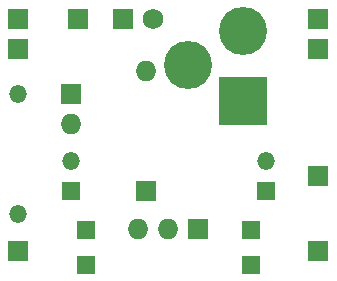
<source format=gbs>
G04 (created by PCBNEW (22-Jun-2014 BZR 4027)-stable) date Sun 09 Jul 2017 03:17:53 PM CDT*
%MOIN*%
G04 Gerber Fmt 3.4, Leading zero omitted, Abs format*
%FSLAX34Y34*%
G01*
G70*
G90*
G04 APERTURE LIST*
%ADD10C,0.00590551*%
%ADD11R,0.069X0.069*%
%ADD12O,0.069X0.069*%
%ADD13C,0.069*%
%ADD14O,0.059X0.059*%
%ADD15R,0.059X0.064*%
%ADD16R,0.16X0.16*%
%ADD17C,0.16*%
%ADD18R,0.059X0.059*%
G04 APERTURE END LIST*
G54D10*
G54D11*
X102500Y-48500D03*
G54D12*
X101500Y-48500D03*
X100500Y-48500D03*
G54D11*
X100000Y-41500D03*
G54D13*
X101000Y-41500D03*
G54D11*
X98500Y-41500D03*
X106500Y-46750D03*
X96500Y-41500D03*
X96500Y-42500D03*
X96500Y-49250D03*
X106500Y-49250D03*
G54D14*
X96500Y-48000D03*
X96500Y-44000D03*
G54D11*
X98250Y-44000D03*
G54D12*
X98250Y-45000D03*
G54D11*
X100750Y-47250D03*
G54D12*
X100750Y-43250D03*
G54D15*
X104250Y-48550D03*
X104250Y-49700D03*
X98750Y-48550D03*
X98750Y-49700D03*
G54D16*
X104000Y-44250D03*
G54D17*
X104000Y-41900D03*
X102150Y-43050D03*
G54D11*
X106500Y-41500D03*
X106500Y-42500D03*
G54D18*
X104750Y-47250D03*
G54D14*
X104750Y-46250D03*
G54D18*
X98250Y-47250D03*
G54D14*
X98250Y-46250D03*
M02*

</source>
